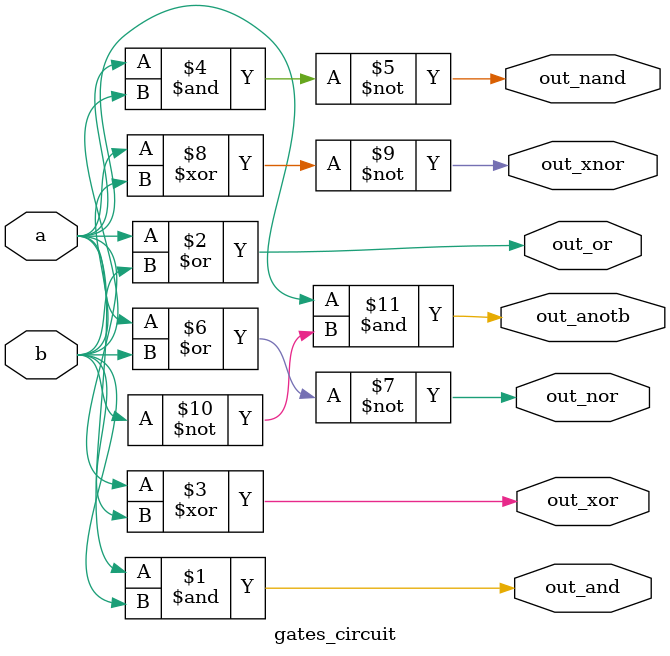
<source format=v>
module gates_circuit( 
   input a, b,
   output out_and,
   output out_or,
   output out_xor,
   output out_nand,
   output out_nor,
   output out_xnor,
   output out_anotb
);
   assign out_and = a&b;
   assign out_or = a|b;
   assign out_xor = a^b;
   assign out_nand = ~(a&b);
	assign out_nor = ~(a|b);
   assign out_xnor = ~(a^b);
	assign out_anotb = a&~b;
endmodule 
</source>
